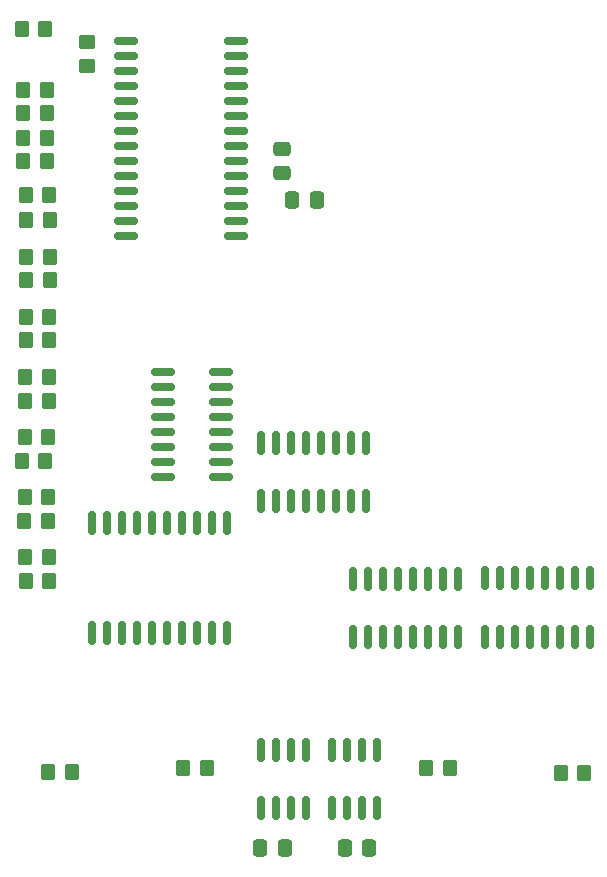
<source format=gbr>
%TF.GenerationSoftware,KiCad,Pcbnew,(6.0.1)*%
%TF.CreationDate,2022-02-13T12:19:39+00:00*%
%TF.ProjectId,module-io,6d6f6475-6c65-42d6-996f-2e6b69636164,rev?*%
%TF.SameCoordinates,Original*%
%TF.FileFunction,Paste,Bot*%
%TF.FilePolarity,Positive*%
%FSLAX46Y46*%
G04 Gerber Fmt 4.6, Leading zero omitted, Abs format (unit mm)*
G04 Created by KiCad (PCBNEW (6.0.1)) date 2022-02-13 12:19:39*
%MOMM*%
%LPD*%
G01*
G04 APERTURE LIST*
G04 Aperture macros list*
%AMRoundRect*
0 Rectangle with rounded corners*
0 $1 Rounding radius*
0 $2 $3 $4 $5 $6 $7 $8 $9 X,Y pos of 4 corners*
0 Add a 4 corners polygon primitive as box body*
4,1,4,$2,$3,$4,$5,$6,$7,$8,$9,$2,$3,0*
0 Add four circle primitives for the rounded corners*
1,1,$1+$1,$2,$3*
1,1,$1+$1,$4,$5*
1,1,$1+$1,$6,$7*
1,1,$1+$1,$8,$9*
0 Add four rect primitives between the rounded corners*
20,1,$1+$1,$2,$3,$4,$5,0*
20,1,$1+$1,$4,$5,$6,$7,0*
20,1,$1+$1,$6,$7,$8,$9,0*
20,1,$1+$1,$8,$9,$2,$3,0*%
G04 Aperture macros list end*
%ADD10RoundRect,0.250000X0.450000X-0.350000X0.450000X0.350000X-0.450000X0.350000X-0.450000X-0.350000X0*%
%ADD11RoundRect,0.150000X-0.825000X-0.150000X0.825000X-0.150000X0.825000X0.150000X-0.825000X0.150000X0*%
%ADD12RoundRect,0.150000X0.150000X-0.875000X0.150000X0.875000X-0.150000X0.875000X-0.150000X-0.875000X0*%
%ADD13RoundRect,0.150000X-0.150000X0.825000X-0.150000X-0.825000X0.150000X-0.825000X0.150000X0.825000X0*%
%ADD14RoundRect,0.150000X0.150000X-0.825000X0.150000X0.825000X-0.150000X0.825000X-0.150000X-0.825000X0*%
%ADD15RoundRect,0.250000X-0.350000X-0.450000X0.350000X-0.450000X0.350000X0.450000X-0.350000X0.450000X0*%
%ADD16RoundRect,0.250000X0.350000X0.450000X-0.350000X0.450000X-0.350000X-0.450000X0.350000X-0.450000X0*%
%ADD17RoundRect,0.150000X0.875000X0.150000X-0.875000X0.150000X-0.875000X-0.150000X0.875000X-0.150000X0*%
%ADD18RoundRect,0.250000X-0.337500X-0.475000X0.337500X-0.475000X0.337500X0.475000X-0.337500X0.475000X0*%
%ADD19RoundRect,0.250000X0.337500X0.475000X-0.337500X0.475000X-0.337500X-0.475000X0.337500X-0.475000X0*%
%ADD20RoundRect,0.250000X0.475000X-0.337500X0.475000X0.337500X-0.475000X0.337500X-0.475000X-0.337500X0*%
G04 APERTURE END LIST*
D10*
%TO.C,R29*%
X135400000Y-30600000D03*
X135400000Y-32600000D03*
%TD*%
D11*
%TO.C,U8*%
X146775000Y-67395000D03*
X146775000Y-66125000D03*
X146775000Y-64855000D03*
X146775000Y-63585000D03*
X146775000Y-62315000D03*
X146775000Y-61045000D03*
X146775000Y-59775000D03*
X146775000Y-58505000D03*
X141825000Y-58505000D03*
X141825000Y-59775000D03*
X141825000Y-61045000D03*
X141825000Y-62315000D03*
X141825000Y-63585000D03*
X141825000Y-64855000D03*
X141825000Y-66125000D03*
X141825000Y-67395000D03*
%TD*%
D12*
%TO.C,U7*%
X147215000Y-71350000D03*
X145945000Y-71350000D03*
X144675000Y-71350000D03*
X143405000Y-71350000D03*
X142135000Y-71350000D03*
X140865000Y-71350000D03*
X139595000Y-71350000D03*
X138325000Y-71350000D03*
X137055000Y-71350000D03*
X135785000Y-71350000D03*
X135785000Y-80650000D03*
X137055000Y-80650000D03*
X138325000Y-80650000D03*
X139595000Y-80650000D03*
X140865000Y-80650000D03*
X142135000Y-80650000D03*
X143405000Y-80650000D03*
X144675000Y-80650000D03*
X145945000Y-80650000D03*
X147215000Y-80650000D03*
%TD*%
D13*
%TO.C,U6*%
X157920000Y-81000000D03*
X159190000Y-81000000D03*
X160460000Y-81000000D03*
X161730000Y-81000000D03*
X163000000Y-81000000D03*
X164270000Y-81000000D03*
X165540000Y-81000000D03*
X166810000Y-81000000D03*
X166810000Y-76050000D03*
X165540000Y-76050000D03*
X164270000Y-76050000D03*
X163000000Y-76050000D03*
X161730000Y-76050000D03*
X160460000Y-76050000D03*
X159190000Y-76050000D03*
X157920000Y-76050000D03*
%TD*%
D14*
%TO.C,U4*%
X159040000Y-64550000D03*
X157770000Y-64550000D03*
X156500000Y-64550000D03*
X155230000Y-64550000D03*
X153960000Y-64550000D03*
X152690000Y-64550000D03*
X151420000Y-64550000D03*
X150150000Y-64550000D03*
X150150000Y-69500000D03*
X151420000Y-69500000D03*
X152690000Y-69500000D03*
X153960000Y-69500000D03*
X155230000Y-69500000D03*
X156500000Y-69500000D03*
X157770000Y-69500000D03*
X159040000Y-69500000D03*
%TD*%
D13*
%TO.C,U3*%
X169055000Y-80975000D03*
X170325000Y-80975000D03*
X171595000Y-80975000D03*
X172865000Y-80975000D03*
X174135000Y-80975000D03*
X175405000Y-80975000D03*
X176675000Y-80975000D03*
X177945000Y-80975000D03*
X177945000Y-76025000D03*
X176675000Y-76025000D03*
X175405000Y-76025000D03*
X174135000Y-76025000D03*
X172865000Y-76025000D03*
X171595000Y-76025000D03*
X170325000Y-76025000D03*
X169055000Y-76025000D03*
%TD*%
%TO.C,U2*%
X156095000Y-95475000D03*
X157365000Y-95475000D03*
X158635000Y-95475000D03*
X159905000Y-95475000D03*
X159905000Y-90525000D03*
X158635000Y-90525000D03*
X157365000Y-90525000D03*
X156095000Y-90525000D03*
%TD*%
%TO.C,U1*%
X150095000Y-95475000D03*
X151365000Y-95475000D03*
X152635000Y-95475000D03*
X153905000Y-95475000D03*
X153905000Y-90525000D03*
X152635000Y-90525000D03*
X151365000Y-90525000D03*
X150095000Y-90525000D03*
%TD*%
D15*
%TO.C,R28*%
X166100000Y-92050000D03*
X164100000Y-92050000D03*
%TD*%
%TO.C,R27*%
X134100000Y-92400000D03*
X132100000Y-92400000D03*
%TD*%
%TO.C,R26*%
X177500000Y-92500000D03*
X175500000Y-92500000D03*
%TD*%
%TO.C,R25*%
X145550000Y-92050000D03*
X143550000Y-92050000D03*
%TD*%
D16*
%TO.C,R24*%
X130200000Y-76275000D03*
X132200000Y-76275000D03*
%TD*%
%TO.C,R23*%
X130075000Y-71150000D03*
X132075000Y-71150000D03*
%TD*%
%TO.C,R22*%
X129850000Y-66075000D03*
X131850000Y-66075000D03*
%TD*%
%TO.C,R21*%
X130150000Y-61025000D03*
X132150000Y-61025000D03*
%TD*%
%TO.C,R20*%
X130200000Y-55875000D03*
X132200000Y-55875000D03*
%TD*%
%TO.C,R19*%
X130225000Y-50750000D03*
X132225000Y-50750000D03*
%TD*%
%TO.C,R18*%
X130225000Y-45650000D03*
X132225000Y-45650000D03*
%TD*%
%TO.C,R17*%
X129975000Y-40675000D03*
X131975000Y-40675000D03*
%TD*%
D15*
%TO.C,R15*%
X132175000Y-74225000D03*
X130175000Y-74225000D03*
%TD*%
%TO.C,R13*%
X132100000Y-69150000D03*
X130100000Y-69150000D03*
%TD*%
%TO.C,R12*%
X132125000Y-64050000D03*
X130125000Y-64050000D03*
%TD*%
%TO.C,R11*%
X132150000Y-58925000D03*
X130150000Y-58925000D03*
%TD*%
%TO.C,R10*%
X132200000Y-53875000D03*
X130200000Y-53875000D03*
%TD*%
%TO.C,R9*%
X132225000Y-48775000D03*
X130225000Y-48775000D03*
%TD*%
%TO.C,R8*%
X132200000Y-43575000D03*
X130200000Y-43575000D03*
%TD*%
D16*
%TO.C,R7*%
X129975000Y-36650000D03*
X131975000Y-36650000D03*
%TD*%
D15*
%TO.C,R6*%
X131975000Y-38700000D03*
X129975000Y-38700000D03*
%TD*%
D16*
%TO.C,R3*%
X129975000Y-34625000D03*
X131975000Y-34625000D03*
%TD*%
%TO.C,R1*%
X129850000Y-29500000D03*
X131850000Y-29500000D03*
%TD*%
D17*
%TO.C,IC1*%
X138700000Y-30500000D03*
X138700000Y-31770000D03*
X138700000Y-33040000D03*
X138700000Y-34310000D03*
X138700000Y-35580000D03*
X138700000Y-36850000D03*
X138700000Y-38120000D03*
X138700000Y-39390000D03*
X138700000Y-40660000D03*
X138700000Y-41930000D03*
X138700000Y-43200000D03*
X138700000Y-44470000D03*
X138700000Y-45740000D03*
X138700000Y-47010000D03*
X148000000Y-47010000D03*
X148000000Y-45740000D03*
X148000000Y-44470000D03*
X148000000Y-43200000D03*
X148000000Y-41930000D03*
X148000000Y-40660000D03*
X148000000Y-39390000D03*
X148000000Y-38120000D03*
X148000000Y-36850000D03*
X148000000Y-35580000D03*
X148000000Y-34310000D03*
X148000000Y-33040000D03*
X148000000Y-31770000D03*
X148000000Y-30500000D03*
%TD*%
D18*
%TO.C,C4*%
X159279500Y-98806000D03*
X157204500Y-98806000D03*
%TD*%
%TO.C,C3*%
X150071000Y-98806000D03*
X152146000Y-98806000D03*
%TD*%
D19*
%TO.C,C2*%
X152750000Y-44000000D03*
X154825000Y-44000000D03*
%TD*%
D20*
%TO.C,C1*%
X151925000Y-39650000D03*
X151925000Y-41725000D03*
%TD*%
M02*

</source>
